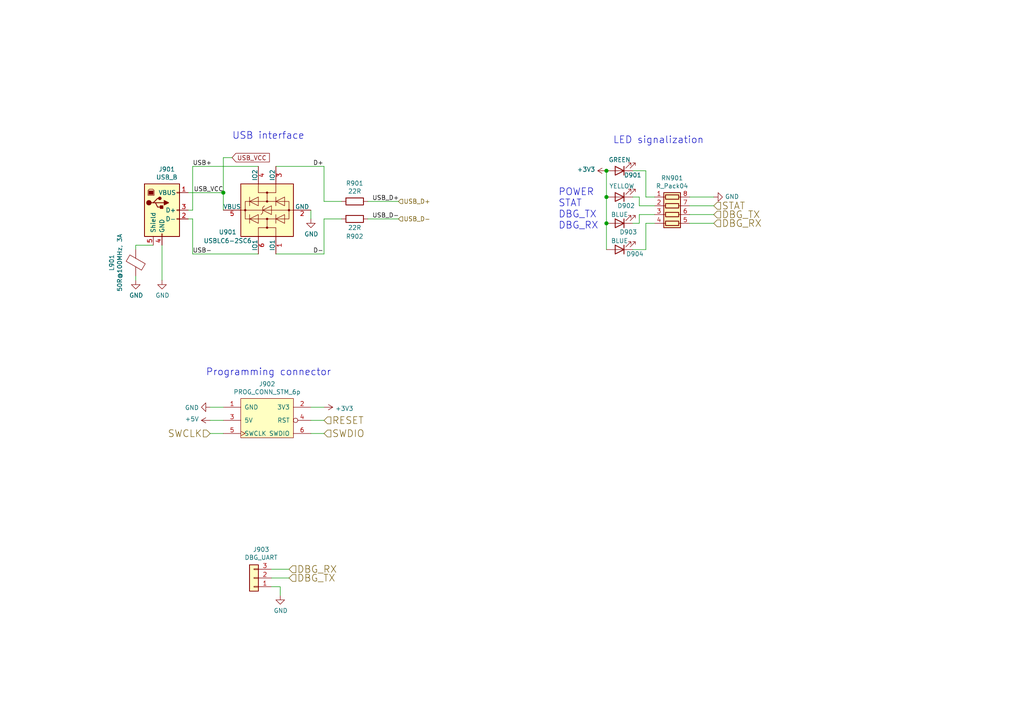
<source format=kicad_sch>
(kicad_sch (version 20201015) (generator eeschema)
  (paper "A4")
  (title_block (title "VRASSEO - Main sensoric board") (date "2018-09-09") (rev "0.2") (company "VUT FIT - STRaDe") (comment 1 "Author: Petr Malaník"))
  (lib_symbols
    (symbol "Arachne-rescue:Ferrite_Bead-Device" (pin_numbers hide) (pin_names (offset 0))
      (property "Reference" "FB" (at -3.81 0.635 90))
      (property "Value" "Ferrite_Bead-Device" (at 3.81 0 90))
      (symbol "Ferrite_Bead-Device_0_1"
        (polyline (pts (xy 0 -1.27) (xy 0 -1.2192)))
        (polyline (pts (xy 0 1.27) (xy 0 1.2954)))
        (polyline (pts (xy -2.7686 0.4064) (xy -1.7018 2.2606) (xy 2.7686 -0.3048) (xy 1.6764 -2.159) (xy -2.7686 0.4064)))
      )
      (symbol "Ferrite_Bead-Device_1_1"
        (pin passive line (at 0 3.81 270) (length 2.54) (name "~") (number "1"))
        (pin passive line (at 0 -3.81 90) (length 2.54) (name "~") (number "2"))
      )
    )
    (symbol "Arachne-rescue:PROG_CONN_STM_6p-TCY_connectors" (pin_names (offset 1.016))
      (property "Reference" "J" (at -1.27 10.16 0))
      (property "Value" "PROG_CONN_STM_6p-TCY_connectors" (at 1.27 7.62 0))
      (symbol "PROG_CONN_STM_6p-TCY_connectors_0_1"
        (rectangle (start -7.62 6.35) (end 7.62 -5.08) (fill (type background)))
      )
      (symbol "PROG_CONN_STM_6p-TCY_connectors_1_1"
        (pin passive line (at -12.7 3.81 0) (length 5.08) (name "GND") (number "1"))
        (pin power_in line (at 12.7 3.81 180) (length 5.08) (name "3V3") (number "2"))
        (pin power_in line (at -12.7 0 0) (length 5.08) (name "5V") (number "3"))
        (pin output inverted (at 12.7 0 180) (length 5.08) (name "RST") (number "4"))
        (pin output clock (at -12.7 -3.81 0) (length 5.08) (name "SWCLK") (number "5"))
        (pin bidirectional line (at 12.7 -3.81 180) (length 5.08) (name "SWDIO") (number "6"))
      )
    )
    (symbol "Arachne-rescue:USB_B-Connector" (pin_names (offset 1.016))
      (property "Reference" "J" (at -5.08 11.43 0))
      (property "Value" "USB_B-Connector" (at -5.08 8.89 0))
      (symbol "USB_B-Connector_0_1"
        (circle (center -3.81 2.159) (radius 0.635) (stroke (width 0.254)) (fill (type outline)))
        (circle (center -0.635 3.429) (radius 0.381) (stroke (width 0.254)) (fill (type outline)))
        (rectangle (start -0.127 -7.62) (end 0.127 -6.858))
        (rectangle (start 5.08 -2.667) (end 4.318 -2.413))
        (rectangle (start 5.08 -0.127) (end 4.318 0.127))
        (rectangle (start 5.08 4.953) (end 4.318 5.207))
        (rectangle (start -3.81 5.588) (end -2.54 4.572) (fill (type outline)))
        (rectangle (start 0.254 1.27) (end -0.508 0.508) (stroke (width 0.254)) (fill (type outline)))
        (rectangle (start -5.08 -7.62) (end 5.08 7.62) (stroke (width 0.254)) (fill (type background)))
        (polyline (pts (xy -1.905 2.159) (xy 0.635 2.159)) (stroke (width 0.254)))
        (polyline (pts (xy -3.175 2.159) (xy -2.54 2.159) (xy -1.27 3.429) (xy -0.635 3.429)) (stroke (width 0.254)))
        (polyline (pts (xy -2.54 2.159) (xy -1.905 2.159) (xy -1.27 0.889) (xy 0 0.889)) (stroke (width 0.254)))
        (polyline (pts (xy -4.064 4.318) (xy -2.286 4.318) (xy -2.286 5.715) (xy -2.667 6.096) (xy -3.683 6.096) (xy -4.064 5.715) (xy -4.064 4.318)))
        (polyline (pts (xy 0.635 2.794) (xy 0.635 1.524) (xy 1.905 2.159) (xy 0.635 2.794)) (stroke (width 0.254)) (fill (type outline)))
      )
      (symbol "USB_B-Connector_1_1"
        (pin power_out line (at 7.62 5.08 180) (length 2.54) (name "VBUS") (number "1"))
        (pin passive line (at 7.62 -2.54 180) (length 2.54) (name "D-") (number "2"))
        (pin passive line (at 7.62 0 180) (length 2.54) (name "D+") (number "3"))
        (pin power_out line (at 0 -10.16 90) (length 2.54) (name "GND") (number "4"))
        (pin passive line (at -2.54 -10.16 90) (length 2.54) (name "Shield") (number "5"))
      )
    )
    (symbol "Connector_Generic:Conn_01x03" (pin_names (offset 1.016) hide)
      (property "Reference" "J" (at 0 5.08 0))
      (property "Value" "Conn_01x03" (at 0 -5.08 0))
      (symbol "Conn_01x03_1_1"
        (rectangle (start -1.27 -2.413) (end 0 -2.667) (stroke (width 0.1524)))
        (rectangle (start -1.27 2.667) (end 0 2.413) (stroke (width 0.1524)))
        (rectangle (start -1.27 3.81) (end 1.27 -3.81) (stroke (width 0.254)) (fill (type background)))
        (rectangle (start -1.27 0.127) (end 0 -0.127) (stroke (width 0.1524)))
        (pin passive line (at -5.08 2.54 0) (length 3.81) (name "Pin_1") (number "1"))
        (pin passive line (at -5.08 0 0) (length 3.81) (name "Pin_2") (number "2"))
        (pin passive line (at -5.08 -2.54 0) (length 3.81) (name "Pin_3") (number "3"))
      )
    )
    (symbol "Device:LED" (pin_numbers hide) (pin_names (offset 1.016) hide)
      (property "Reference" "D" (at 0 2.54 0))
      (property "Value" "LED" (at 0 -2.54 0))
      (symbol "LED_0_1"
        (polyline (pts (xy -1.27 -1.27) (xy -1.27 1.27)) (stroke (width 0.254)))
        (polyline (pts (xy -1.27 0) (xy 1.27 0)))
        (polyline (pts (xy 1.27 -1.27) (xy 1.27 1.27) (xy -1.27 0) (xy 1.27 -1.27)) (stroke (width 0.254)))
        (polyline (pts (xy -3.048 -0.762) (xy -4.572 -2.286) (xy -3.81 -2.286) (xy -4.572 -2.286) (xy -4.572 -1.524)))
        (polyline (pts (xy -1.778 -0.762) (xy -3.302 -2.286) (xy -2.54 -2.286) (xy -3.302 -2.286) (xy -3.302 -1.524)))
      )
      (symbol "LED_1_1"
        (pin passive line (at -3.81 0 0) (length 2.54) (name "K") (number "1"))
        (pin passive line (at 3.81 0 180) (length 2.54) (name "A") (number "2"))
      )
    )
    (symbol "Device:R" (pin_numbers hide) (pin_names (offset 0))
      (property "Reference" "R" (at 2.032 0 90))
      (property "Value" "R" (at 0 0 90))
      (symbol "R_0_1"
        (rectangle (start -1.016 -2.54) (end 1.016 2.54) (stroke (width 0.254)))
      )
      (symbol "R_1_1"
        (pin passive line (at 0 3.81 270) (length 1.27) (name "~") (number "1"))
        (pin passive line (at 0 -3.81 90) (length 1.27) (name "~") (number "2"))
      )
    )
    (symbol "Device:R_Pack04" (pin_names (offset 0) hide)
      (property "Reference" "RN" (at -7.62 0 90))
      (property "Value" "R_Pack04" (at 5.08 0 90))
      (symbol "R_Pack04_0_1"
        (rectangle (start -6.35 -2.413) (end 3.81 2.413) (stroke (width 0.254)) (fill (type background)))
        (rectangle (start -5.715 1.905) (end -4.445 -1.905) (stroke (width 0.254)))
        (rectangle (start -3.175 1.905) (end -1.905 -1.905) (stroke (width 0.254)))
        (rectangle (start -0.635 1.905) (end 0.635 -1.905) (stroke (width 0.254)))
        (rectangle (start 1.905 1.905) (end 3.175 -1.905) (stroke (width 0.254)))
        (polyline (pts (xy -5.08 -2.54) (xy -5.08 -1.905)))
        (polyline (pts (xy -5.08 1.905) (xy -5.08 2.54)))
        (polyline (pts (xy -2.54 -2.54) (xy -2.54 -1.905)))
        (polyline (pts (xy -2.54 1.905) (xy -2.54 2.54)))
        (polyline (pts (xy 0 -2.54) (xy 0 -1.905)))
        (polyline (pts (xy 0 1.905) (xy 0 2.54)))
        (polyline (pts (xy 2.54 -2.54) (xy 2.54 -1.905)))
        (polyline (pts (xy 2.54 1.905) (xy 2.54 2.54)))
      )
      (symbol "R_Pack04_1_1"
        (pin passive line (at -5.08 -5.08 90) (length 2.54) (name "R1.1") (number "1"))
        (pin passive line (at -2.54 -5.08 90) (length 2.54) (name "R2.1") (number "2"))
        (pin passive line (at 0 -5.08 90) (length 2.54) (name "R3.1") (number "3"))
        (pin passive line (at 2.54 -5.08 90) (length 2.54) (name "R4.1") (number "4"))
        (pin passive line (at 2.54 5.08 270) (length 2.54) (name "R4.2") (number "5"))
        (pin passive line (at 0 5.08 270) (length 2.54) (name "R3.2") (number "6"))
        (pin passive line (at -2.54 5.08 270) (length 2.54) (name "R2.2") (number "7"))
        (pin passive line (at -5.08 5.08 270) (length 2.54) (name "R1.2") (number "8"))
      )
    )
    (symbol "power:+3.3V" (power) (pin_names (offset 0))
      (property "Value" "+3.3V" (at 0 3.556 0))
      (symbol "+3.3V_0_1"
        (polyline (pts (xy -0.762 1.27) (xy 0 2.54)))
        (polyline (pts (xy 0 0) (xy 0 2.54)))
        (polyline (pts (xy 0 2.54) (xy 0.762 1.27)))
      )
      (symbol "+3.3V_1_1"
        (pin power_in line (at 0 0 90) (length 0) hide (name "+3V3") (number "1"))
      )
    )
    (symbol "power:+5V" (power) (pin_names (offset 0))
      (property "Value" "+5V" (at 0 3.556 0))
      (symbol "+5V_0_1"
        (polyline (pts (xy -0.762 1.27) (xy 0 2.54)))
        (polyline (pts (xy 0 0) (xy 0 2.54)))
        (polyline (pts (xy 0 2.54) (xy 0.762 1.27)))
      )
      (symbol "+5V_1_1"
        (pin power_in line (at 0 0 90) (length 0) hide (name "+5V") (number "1"))
      )
    )
    (symbol "power:GND" (power) (pin_names (offset 0))
      (property "Value" "GND" (at 0 -3.81 0))
      (symbol "GND_0_1"
        (polyline (pts (xy 0 0) (xy 0 -1.27) (xy 1.27 -1.27) (xy 0 -2.54) (xy -1.27 -1.27) (xy 0 -1.27)))
      )
      (symbol "GND_1_1"
        (pin power_in line (at 0 0 270) (length 0) hide (name "GND") (number "1"))
      )
    )
    (symbol "vrasseo-rescue:USBLC6-2SC6-Power_Protection" (pin_names (offset 0))
      (property "Reference" "U" (at 5.08 8.89 0))
      (property "Value" "USBLC6-2SC6-Power_Protection" (at 10.16 -10.16 0))
      (symbol "USBLC6-2SC6-Power_Protection_0_1"
        (circle (center -5.08 0) (radius 0.254) (fill (type outline)))
        (circle (center -2.54 0) (radius 0.254) (fill (type outline)))
        (circle (center 0 -6.35) (radius 0.254) (fill (type outline)))
        (circle (center 0 6.35) (radius 0.254) (fill (type outline)))
        (circle (center 2.54 0) (radius 0.254) (fill (type outline)))
        (circle (center 5.08 0) (radius 0.254) (fill (type outline)))
        (rectangle (start -7.62 -7.62) (end 7.62 7.62) (stroke (width 0.254)) (fill (type background)))
        (polyline (pts (xy -5.08 -2.54) (xy -7.62 -2.54)))
        (polyline (pts (xy -5.08 0) (xy -5.08 -2.54)))
        (polyline (pts (xy -5.08 2.54) (xy -7.62 2.54)))
        (polyline (pts (xy -2.54 -2.54) (xy -2.54 5.08)))
        (polyline (pts (xy -1.27 -2.54) (xy -3.81 -2.54)))
        (polyline (pts (xy -1.27 5.08) (xy -3.81 5.08)))
        (polyline (pts (xy 0 -7.62) (xy 0 -6.35)))
        (polyline (pts (xy 0 -6.35) (xy 0 1.27)))
        (polyline (pts (xy 0 1.27) (xy 0 6.35)))
        (polyline (pts (xy 0 6.35) (xy 0 7.62)))
        (polyline (pts (xy 1.27 -2.54) (xy 3.81 -2.54)))
        (polyline (pts (xy 1.27 5.08) (xy 3.81 5.08)))
        (polyline (pts (xy 2.54 -2.54) (xy 2.54 5.08)))
        (polyline (pts (xy 5.08 -2.54) (xy 7.62 -2.54)))
        (polyline (pts (xy 5.08 0) (xy 5.08 -2.54)))
        (polyline (pts (xy 5.08 2.54) (xy 7.62 2.54)))
        (polyline (pts (xy -2.54 0) (xy -5.08 0) (xy -5.08 2.54)))
        (polyline (pts (xy 0 -6.35) (xy -2.54 -6.35) (xy -2.54 -2.54)))
        (polyline (pts (xy 2.54 -2.54) (xy 2.54 -6.35) (xy 0 -6.35)))
        (polyline (pts (xy 2.54 0) (xy 5.08 0) (xy 5.08 2.54)))
        (polyline (pts (xy -3.81 -5.08) (xy -1.27 -5.08) (xy -2.54 -2.54) (xy -3.81 -5.08)))
        (polyline (pts (xy -3.81 2.54) (xy -1.27 2.54) (xy -2.54 5.08) (xy -3.81 2.54)))
        (polyline (pts (xy -2.54 5.08) (xy -2.54 6.35) (xy 2.54 6.35) (xy 2.54 5.08)))
        (polyline (pts (xy -1.27 -1.27) (xy 1.27 -1.27) (xy 0 1.27) (xy -1.27 -1.27)))
        (polyline (pts (xy 1.27 0.762) (xy 0.762 1.27) (xy -0.762 1.27) (xy -1.27 1.778)))
        (polyline (pts (xy 3.81 -5.08) (xy 1.27 -5.08) (xy 2.54 -2.54) (xy 3.81 -5.08)))
        (polyline (pts (xy 3.81 2.54) (xy 1.27 2.54) (xy 2.54 5.08) (xy 3.81 2.54)))
      )
      (symbol "USBLC6-2SC6-Power_Protection_1_1"
        (pin passive line (at -12.7 -2.54 0) (length 5.08) (name "IO1") (number "1"))
        (pin power_in line (at 0 -12.7 90) (length 5.08) (name "GND") (number "2"))
        (pin passive line (at 12.7 -2.54 180) (length 5.08) (name "IO2") (number "3"))
        (pin passive line (at 12.7 2.54 180) (length 5.08) (name "IO2") (number "4"))
        (pin passive line (at 0 12.7 270) (length 5.08) (name "VBUS") (number "5"))
        (pin passive line (at -12.7 2.54 0) (length 5.08) (name "IO1") (number "6"))
      )
    )
  )
  (junction (at 64.77 55.88) (diameter 1.016))
  (junction (at 175.895 49.53) (diameter 1.016))
  (junction (at 175.895 57.15) (diameter 1.016))
  (junction (at 175.895 64.77) (diameter 1.016))
  (wire (pts (xy 39.37 71.12) (xy 39.37 72.39)))
  (wire (pts (xy 39.37 80.01) (xy 39.37 81.28)))
  (wire (pts (xy 44.45 71.12) (xy 39.37 71.12)))
  (wire (pts (xy 46.99 71.12) (xy 46.99 81.28)))
  (wire (pts (xy 54.61 55.88) (xy 64.77 55.88)))
  (wire (pts (xy 54.61 60.96) (xy 55.88 60.96)))
  (wire (pts (xy 54.61 63.5) (xy 55.88 63.5)))
  (wire (pts (xy 55.88 48.26) (xy 55.88 60.96)))
  (wire (pts (xy 55.88 63.5) (xy 55.88 73.66)))
  (wire (pts (xy 55.88 73.66) (xy 74.93 73.66)))
  (wire (pts (xy 60.96 118.11) (xy 64.77 118.11)))
  (wire (pts (xy 60.96 121.92) (xy 64.77 121.92)))
  (wire (pts (xy 64.77 45.72) (xy 64.77 55.88)))
  (wire (pts (xy 64.77 60.96) (xy 64.77 55.88)))
  (wire (pts (xy 64.77 125.73) (xy 60.96 125.73)))
  (wire (pts (xy 67.31 45.72) (xy 64.77 45.72)))
  (wire (pts (xy 74.93 48.26) (xy 55.88 48.26)))
  (wire (pts (xy 78.74 165.1) (xy 83.82 165.1)))
  (wire (pts (xy 78.74 167.64) (xy 83.82 167.64)))
  (wire (pts (xy 78.74 170.18) (xy 81.28 170.18)))
  (wire (pts (xy 80.01 48.26) (xy 93.98 48.26)))
  (wire (pts (xy 80.01 73.66) (xy 93.98 73.66)))
  (wire (pts (xy 81.28 170.18) (xy 81.28 172.72)))
  (wire (pts (xy 90.17 63.5) (xy 90.17 60.96)))
  (wire (pts (xy 90.17 121.92) (xy 93.98 121.92)))
  (wire (pts (xy 90.17 125.73) (xy 93.98 125.73)))
  (wire (pts (xy 93.98 48.26) (xy 93.98 58.42)))
  (wire (pts (xy 93.98 58.42) (xy 99.06 58.42)))
  (wire (pts (xy 93.98 63.5) (xy 99.06 63.5)))
  (wire (pts (xy 93.98 73.66) (xy 93.98 63.5)))
  (wire (pts (xy 93.98 118.11) (xy 90.17 118.11)))
  (wire (pts (xy 106.68 58.42) (xy 115.57 58.42)))
  (wire (pts (xy 106.68 63.5) (xy 115.57 63.5)))
  (wire (pts (xy 175.895 49.53) (xy 175.895 57.15)))
  (wire (pts (xy 175.895 57.15) (xy 175.895 64.77)))
  (wire (pts (xy 175.895 64.77) (xy 175.895 72.39)))
  (wire (pts (xy 183.515 72.39) (xy 187.325 72.39)))
  (wire (pts (xy 185.42 57.15) (xy 183.515 57.15)))
  (wire (pts (xy 185.42 59.69) (xy 185.42 57.15)))
  (wire (pts (xy 185.42 62.23) (xy 185.42 64.77)))
  (wire (pts (xy 185.42 64.77) (xy 183.515 64.77)))
  (wire (pts (xy 187.325 49.53) (xy 183.515 49.53)))
  (wire (pts (xy 187.325 57.15) (xy 187.325 49.53)))
  (wire (pts (xy 187.325 64.77) (xy 187.325 72.39)))
  (wire (pts (xy 189.865 57.15) (xy 187.325 57.15)))
  (wire (pts (xy 189.865 59.69) (xy 185.42 59.69)))
  (wire (pts (xy 189.865 62.23) (xy 185.42 62.23)))
  (wire (pts (xy 189.865 64.77) (xy 187.325 64.77)))
  (wire (pts (xy 200.025 59.69) (xy 207.01 59.69)))
  (wire (pts (xy 200.025 62.23) (xy 207.01 62.23)))
  (wire (pts (xy 200.025 64.77) (xy 207.01 64.77)))
  (wire (pts (xy 207.01 57.15) (xy 200.025 57.15)))
  (text "Programming connector" (at 59.69 109.22 0) (effects (font (size 2.0066 2.0066)) (justify left bottom)))
  (text "USB interface" (at 67.31 40.64 0) (effects (font (size 2.0066 2.0066)) (justify left bottom)))
  (text "POWER\nSTAT\nDBG_TX\nDBG_RX" (at 161.925 66.675 0) (effects (font (size 2.0066 2.0066)) (justify left bottom)))
  (text "LED signalization" (at 177.8 41.91 0) (effects (font (size 2.0066 2.0066)) (justify left bottom)))
  (label "USB+" (at 55.88 48.26 0))
  (label "USB-" (at 55.88 73.66 0))
  (label "USB_VCC" (at 64.77 55.88 180))
  (label "D+" (at 90.805 48.26 0))
  (label "D-" (at 90.805 73.66 0))
  (label "USB_D+" (at 107.95 58.42 0))
  (label "USB_D-" (at 107.95 63.5 0))
  (global_label "USB_VCC" (shape input) (at 67.31 45.72 0) (property "Intersheet References" "${INTERSHEET_REFS}" (effects hide)))
  (hierarchical_label "SWCLK" (shape input) (at 60.96 125.73 180) (effects (font (size 2.0066 2.0066))))
  (hierarchical_label "DBG_RX" (shape input) (at 83.82 165.1 0) (effects (font (size 2.0066 2.0066))))
  (hierarchical_label "DBG_TX" (shape input) (at 83.82 167.64 0) (effects (font (size 2.0066 2.0066))))
  (hierarchical_label "RESET" (shape input) (at 93.98 121.92 0) (effects (font (size 2.0066 2.0066))))
  (hierarchical_label "SWDIO" (shape input) (at 93.98 125.73 0) (effects (font (size 2.0066 2.0066))))
  (hierarchical_label "USB_D+" (shape input) (at 115.57 58.42 0))
  (hierarchical_label "USB_D-" (shape input) (at 115.57 63.5 0))
  (hierarchical_label "STAT" (shape input) (at 207.01 59.69 0) (effects (font (size 2.0066 2.0066))))
  (hierarchical_label "DBG_TX" (shape input) (at 207.01 62.23 0) (effects (font (size 2.0066 2.0066))))
  (hierarchical_label "DBG_RX" (shape input) (at 207.01 64.77 0) (effects (font (size 2.0066 2.0066))))
  (symbol (lib_id "power:+5V") (at 60.96 121.92 90) (unit 1)
    (property "Reference" "#PWR0908" (effects hide))
    (property "Value" "+5V" (at 57.7088 121.539 90) (effects (justify left)))
  )
  (symbol (lib_id "power:+3.3V") (at 93.98 118.11 270) (unit 1)
    (property "Reference" "#PWR0907" (effects hide))
    (property "Value" "+3.3V" (at 97.2312 118.491 90) (effects (justify left)))
  )
  (symbol (lib_id "power:+3.3V") (at 175.895 49.53 90) (unit 1)
    (property "Reference" "#PWR0901" (effects hide))
    (property "Value" "+3.3V" (at 172.6438 49.149 90) (effects (justify left)))
  )
  (symbol (lib_id "power:GND") (at 39.37 81.28 0) (unit 1)
    (property "Reference" "#PWR0904" (effects hide))
    (property "Value" "GND" (at 39.497 85.6742 0))
  )
  (symbol (lib_id "power:GND") (at 46.99 81.28 0) (unit 1)
    (property "Reference" "#PWR0905" (effects hide))
    (property "Value" "GND" (at 47.117 85.6742 0))
  )
  (symbol (lib_id "power:GND") (at 60.96 118.11 270) (unit 1)
    (property "Reference" "#PWR0906" (effects hide))
    (property "Value" "GND" (at 57.7088 118.237 90) (effects (justify right)))
  )
  (symbol (lib_id "power:GND") (at 81.28 172.72 0) (unit 1)
    (property "Reference" "#PWR0909" (effects hide))
    (property "Value" "GND" (at 81.407 177.1142 0))
  )
  (symbol (lib_id "power:GND") (at 90.17 63.5 0) (unit 1)
    (property "Reference" "#PWR0903" (effects hide))
    (property "Value" "GND" (at 90.297 67.8942 0))
  )
  (symbol (lib_id "power:GND") (at 207.01 57.15 90) (unit 1)
    (property "Reference" "#PWR0902" (effects hide))
    (property "Value" "GND" (at 210.2612 57.023 90) (effects (justify right)))
  )
  (symbol (lib_id "Device:R") (at 102.87 58.42 270) (unit 1)
    (property "Reference" "R901" (at 102.87 53.1622 90))
    (property "Value" "22R" (at 102.87 55.4736 90))
    (property "Footprint" "Resistor_SMD:R_0603_1608Metric" (effects hide))
  )
  (symbol (lib_id "Device:R") (at 102.87 63.5 270) (unit 1)
    (property "Reference" "R902" (at 102.87 68.58 90))
    (property "Value" "22R" (at 102.87 66.04 90))
    (property "Footprint" "Resistor_SMD:R_0603_1608Metric" (effects hide))
  )
  (symbol (lib_id "Device:LED") (at 179.705 49.53 180) (unit 1)
    (property "Reference" "D901" (at 183.515 50.8 0))
    (property "Value" "GREEN" (at 179.705 46.355 0))
    (property "Footprint" "LED_SMD:LED_0603_1608Metric_Castellated" (effects hide))
  )
  (symbol (lib_id "Device:LED") (at 179.705 57.15 180) (unit 1)
    (property "Reference" "D902" (at 181.61 59.69 0))
    (property "Value" "YELLOW" (at 180.34 53.975 0))
    (property "Footprint" "LED_SMD:LED_0603_1608Metric_Castellated" (effects hide))
  )
  (symbol (lib_id "Device:LED") (at 179.705 64.77 180) (unit 1)
    (property "Reference" "D903" (at 182.245 67.31 0))
    (property "Value" "BLUE" (at 179.705 62.23 0))
    (property "Footprint" "LED_SMD:LED_0603_1608Metric_Castellated" (effects hide))
  )
  (symbol (lib_id "Device:LED") (at 179.705 72.39 180) (unit 1)
    (property "Reference" "D904" (at 184.15 73.66 0))
    (property "Value" "BLUE" (at 179.705 69.85 0))
    (property "Footprint" "LED_SMD:LED_0603_1608Metric_Castellated" (effects hide))
  )
  (symbol (lib_id "Arachne-rescue:Ferrite_Bead-Device") (at 39.37 76.2 0) (unit 1)
    (property "Reference" "L901" (at 32.4104 76.2 90))
    (property "Value" "50R@100MHz, 3A" (at 34.7218 76.2 90))
    (property "Footprint" "Inductor_SMD:L_0805_2012Metric" (effects hide))
  )
  (symbol (lib_id "Connector_Generic:Conn_01x03") (at 73.66 167.64 180) (unit 1)
    (property "Reference" "J903" (at 75.7428 159.385 0))
    (property "Value" "DBG_UART" (at 75.7428 161.6964 0))
    (property "Footprint" "Connector_PinHeader_2.54mm:PinHeader_1x03_P2.54mm_Vertical" (effects hide))
  )
  (symbol (lib_id "Device:R_Pack04") (at 194.945 62.23 270) (unit 1)
    (property "Reference" "RN901" (at 194.945 51.6382 90))
    (property "Value" "R_Pack04" (at 194.945 53.9496 90))
    (property "Footprint" "Resistor_SMD:R_Array_Convex_4x0603" (effects hide))
  )
  (symbol (lib_id "Arachne-rescue:USB_B-Connector") (at 46.99 60.96 0)
    (property "Reference" "J901" (at 48.387 49.0982 0))
    (property "Value" "USB_B" (at 48.387 51.4096 0))
    (property "Footprint" "Connector_USB:USB_B_OST_USB-B1HSxx_Horizontal" (effects hide))
    (property "Datasheet" " ~" (effects hide))
  )
  (symbol (lib_id "Arachne-rescue:PROG_CONN_STM_6p-TCY_connectors") (at 77.47 121.92 0) (unit 1)
    (property "Reference" "J902" (at 77.47 111.379 0))
    (property "Value" "PROG_CONN_STM_6p" (at 77.47 113.6904 0))
    (property "Footprint" "Connector_IDC:IDC-Header_2x03_P2.54mm_Vertical" (effects hide))
  )
  (symbol (lib_id "vrasseo-rescue:USBLC6-2SC6-Power_Protection") (at 77.47 60.96 90)
    (property "Reference" "U901" (at 66.04 67.31 90))
    (property "Value" "USBLC6-2SC6" (at 66.04 69.85 90))
    (property "Footprint" "Package_TO_SOT_SMD:SOT-23-6" (effects hide))
    (property "Datasheet" "http://www2.st.com/resource/en/datasheet/CD00050750.pdf" (effects hide))
  )
)
</source>
